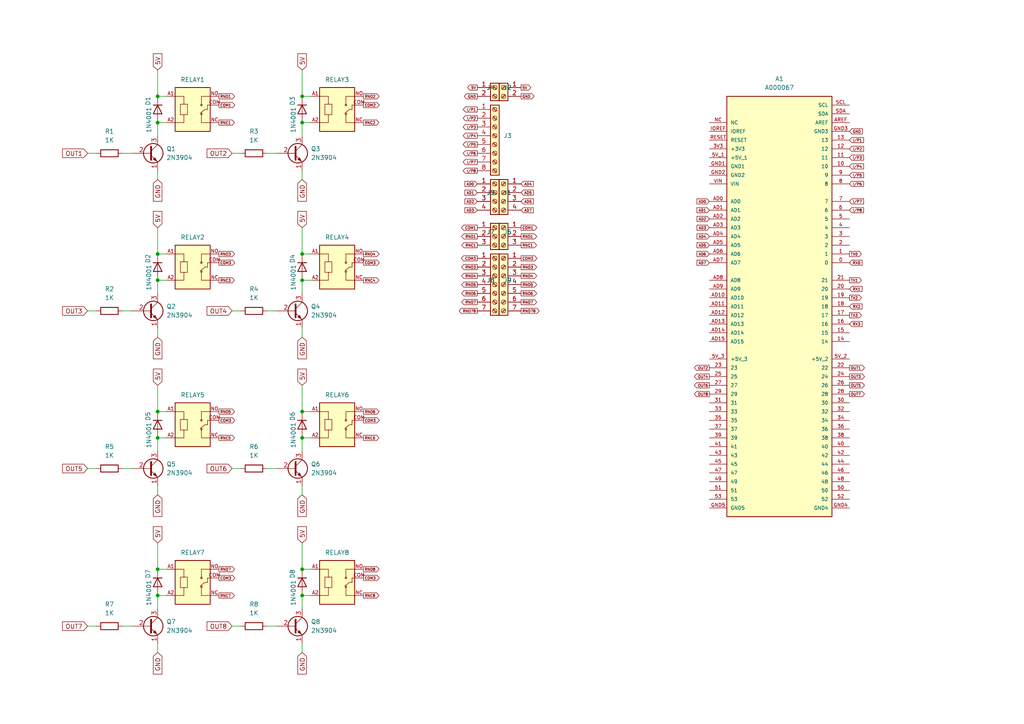
<source format=kicad_sch>
(kicad_sch (version 20231120) (generator "eeschema") (generator_version "8.0")
  (paper "A4")
  (lib_symbols
    (symbol "A000067:A000067" (pin_names (offset 1.016))
      (property "Reference" "A" (at -15.24 61.595 0))
      (property "Value" "A000067" (at -15.24 -63.5 0))
      (symbol "A000067_0_0"
        (pin passive line (at 20.32 12.7 180) (length 5.08) (name "0") (number "0"))
        (pin passive line (at 20.32 15.24 180) (length 5.08) (name "1") (number "1"))
        (pin passive line (at 20.32 40.64 180) (length 5.08) (name "10") (number "10"))
        (pin passive line (at 20.32 43.18 180) (length 5.08) (name "11") (number "11"))
        (pin passive line (at 20.32 45.72 180) (length 5.08) (name "12") (number "12"))
        (pin passive line (at 20.32 48.26 180) (length 5.08) (name "13") (number "13"))
        (pin passive line (at 20.32 -10.16 180) (length 5.08) (name "14") (number "14"))
        (pin passive line (at 20.32 -7.62 180) (length 5.08) (name "15") (number "15"))
        (pin passive line (at 20.32 -5.08 180) (length 5.08) (name "16") (number "16"))
        (pin passive line (at 20.32 -2.54 180) (length 5.08) (name "17") (number "17"))
        (pin passive line (at 20.32 0 180) (length 5.08) (name "18") (number "18"))
        (pin passive line (at 20.32 2.54 180) (length 5.08) (name "19") (number "19"))
        (pin passive line (at 20.32 17.78 180) (length 5.08) (name "2") (number "2"))
        (pin passive line (at 20.32 5.08 180) (length 5.08) (name "20") (number "20"))
        (pin passive line (at 20.32 7.62 180) (length 5.08) (name "21") (number "21"))
        (pin passive line (at 20.32 -17.78 180) (length 5.08) (name "22") (number "22"))
        (pin passive line (at -20.32 -17.78 0) (length 5.08) (name "23") (number "23"))
        (pin passive line (at 20.32 -20.32 180) (length 5.08) (name "24") (number "24"))
        (pin passive line (at -20.32 -20.32 0) (length 5.08) (name "25") (number "25"))
        (pin passive line (at 20.32 -22.86 180) (length 5.08) (name "26") (number "26"))
        (pin passive line (at -20.32 -22.86 0) (length 5.08) (name "27") (number "27"))
        (pin passive line (at 20.32 -25.4 180) (length 5.08) (name "28") (number "28"))
        (pin passive line (at -20.32 -25.4 0) (length 5.08) (name "29") (number "29"))
        (pin passive line (at 20.32 20.32 180) (length 5.08) (name "3") (number "3"))
        (pin passive line (at 20.32 -27.94 180) (length 5.08) (name "30") (number "30"))
        (pin passive line (at -20.32 -27.94 0) (length 5.08) (name "31") (number "31"))
        (pin passive line (at 20.32 -30.48 180) (length 5.08) (name "32") (number "32"))
        (pin passive line (at -20.32 -30.48 0) (length 5.08) (name "33") (number "33"))
        (pin passive line (at 20.32 -33.02 180) (length 5.08) (name "34") (number "34"))
        (pin passive line (at -20.32 -33.02 0) (length 5.08) (name "35") (number "35"))
        (pin passive line (at 20.32 -35.56 180) (length 5.08) (name "36") (number "36"))
        (pin passive line (at -20.32 -35.56 0) (length 5.08) (name "37") (number "37"))
        (pin passive line (at 20.32 -38.1 180) (length 5.08) (name "38") (number "38"))
        (pin passive line (at -20.32 -38.1 0) (length 5.08) (name "39") (number "39"))
        (pin passive line (at -20.32 45.72 0) (length 5.08) (name "+3V3") (number "3V3"))
        (pin passive line (at 20.32 22.86 180) (length 5.08) (name "4") (number "4"))
        (pin passive line (at 20.32 -40.64 180) (length 5.08) (name "40") (number "40"))
        (pin passive line (at -20.32 -40.64 0) (length 5.08) (name "41") (number "41"))
        (pin passive line (at 20.32 -43.18 180) (length 5.08) (name "42") (number "42"))
        (pin passive line (at -20.32 -43.18 0) (length 5.08) (name "43") (number "43"))
        (pin passive line (at 20.32 -45.72 180) (length 5.08) (name "44") (number "44"))
        (pin passive line (at -20.32 -45.72 0) (length 5.08) (name "45") (number "45"))
        (pin passive line (at 20.32 -48.26 180) (length 5.08) (name "46") (number "46"))
        (pin passive line (at -20.32 -48.26 0) (length 5.08) (name "47") (number "47"))
        (pin passive line (at 20.32 -50.8 180) (length 5.08) (name "48") (number "48"))
        (pin passive line (at -20.32 -50.8 0) (length 5.08) (name "49") (number "49"))
        (pin passive line (at 20.32 25.4 180) (length 5.08) (name "5") (number "5"))
        (pin passive line (at 20.32 -53.34 180) (length 5.08) (name "50") (number "50"))
        (pin passive line (at -20.32 -53.34 0) (length 5.08) (name "51") (number "51"))
        (pin passive line (at 20.32 -55.88 180) (length 5.08) (name "52") (number "52"))
        (pin passive line (at -20.32 -55.88 0) (length 5.08) (name "53") (number "53"))
        (pin passive line (at -20.32 43.18 0) (length 5.08) (name "+5V_1") (number "5V_1"))
        (pin passive line (at 20.32 -15.24 180) (length 5.08) (name "+5V_2") (number "5V_2"))
        (pin passive line (at -20.32 -15.24 0) (length 5.08) (name "+5V_3") (number "5V_3"))
        (pin passive line (at 20.32 27.94 180) (length 5.08) (name "6") (number "6"))
        (pin passive line (at 20.32 30.48 180) (length 5.08) (name "7") (number "7"))
        (pin passive line (at 20.32 35.56 180) (length 5.08) (name "8") (number "8"))
        (pin passive line (at 20.32 38.1 180) (length 5.08) (name "9") (number "9"))
        (pin passive line (at -20.32 30.48 0) (length 5.08) (name "AD0") (number "AD0"))
        (pin passive line (at -20.32 27.94 0) (length 5.08) (name "AD1") (number "AD1"))
        (pin passive line (at -20.32 2.54 0) (length 5.08) (name "AD10") (number "AD10"))
        (pin passive line (at -20.32 0 0) (length 5.08) (name "AD11") (number "AD11"))
        (pin passive line (at -20.32 -2.54 0) (length 5.08) (name "AD12") (number "AD12"))
        (pin passive line (at -20.32 -5.08 0) (length 5.08) (name "AD13") (number "AD13"))
        (pin passive line (at -20.32 -7.62 0) (length 5.08) (name "AD14") (number "AD14"))
        (pin passive line (at -20.32 -10.16 0) (length 5.08) (name "AD15") (number "AD15"))
        (pin passive line (at -20.32 25.4 0) (length 5.08) (name "AD2") (number "AD2"))
        (pin passive line (at -20.32 22.86 0) (length 5.08) (name "AD3") (number "AD3"))
        (pin passive line (at -20.32 20.32 0) (length 5.08) (name "AD4") (number "AD4"))
        (pin passive line (at -20.32 17.78 0) (length 5.08) (name "AD5") (number "AD5"))
        (pin passive line (at -20.32 15.24 0) (length 5.08) (name "AD6") (number "AD6"))
        (pin passive line (at -20.32 12.7 0) (length 5.08) (name "AD7") (number "AD7"))
        (pin passive line (at -20.32 7.62 0) (length 5.08) (name "AD8") (number "AD8"))
        (pin passive line (at -20.32 5.08 0) (length 5.08) (name "AD9") (number "AD9"))
        (pin passive line (at 20.32 53.34 180) (length 5.08) (name "AREF") (number "AREF"))
        (pin passive line (at -20.32 40.64 0) (length 5.08) (name "GND1") (number "GND1"))
        (pin passive line (at -20.32 38.1 0) (length 5.08) (name "GND2") (number "GND2"))
        (pin passive line (at 20.32 50.8 180) (length 5.08) (name "GND3") (number "GND3"))
        (pin passive line (at 20.32 -58.42 180) (length 5.08) (name "GND4") (number "GND4"))
        (pin passive line (at -20.32 -58.42 0) (length 5.08) (name "GND5") (number "GND5"))
        (pin passive line (at -20.32 50.8 0) (length 5.08) (name "IOREF") (number "IOREF"))
        (pin passive line (at -20.32 53.34 0) (length 5.08) (name "NC") (number "NC"))
        (pin passive line (at -20.32 48.26 0) (length 5.08) (name "RESET") (number "RESET"))
        (pin passive line (at 20.32 58.42 180) (length 5.08) (name "SCL") (number "SCL"))
        (pin passive line (at 20.32 55.88 180) (length 5.08) (name "SDA") (number "SDA"))
        (pin passive line (at -20.32 35.56 0) (length 5.08) (name "VIN") (number "VIN"))
      )
    )
    (symbol "Connector:Screw_Terminal_01x02" (pin_names (offset 1.016) hide)
      (property "Reference" "J" (at 0 2.54 0))
      (property "Value" "Screw_Terminal_01x02" (at 0 -5.08 0))
      (symbol "Screw_Terminal_01x02_1_1"
        (pin passive line (at -5.08 0 0) (length 3.81) (name "Pin_1") (number "1"))
        (pin passive line (at -5.08 -2.54 0) (length 3.81) (name "Pin_2") (number "2"))
      )
    )
    (symbol "Connector:Screw_Terminal_01x03" (pin_names (offset 1.016) hide)
      (property "Reference" "J" (at 0 5.08 0))
      (property "Value" "Screw_Terminal_01x03" (at 0 -5.08 0))
      (symbol "Screw_Terminal_01x03_1_1"
        (pin passive line (at -5.08 2.54 0) (length 3.81) (name "Pin_1") (number "1"))
        (pin passive line (at -5.08 0 0) (length 3.81) (name "Pin_2") (number "2"))
        (pin passive line (at -5.08 -2.54 0) (length 3.81) (name "Pin_3") (number "3"))
      )
    )
    (symbol "Connector:Screw_Terminal_01x04" (pin_names (offset 1.016) hide)
      (property "Reference" "J" (at 0 5.08 0))
      (property "Value" "Screw_Terminal_01x04" (at 0 -7.62 0))
      (symbol "Screw_Terminal_01x04_1_1"
        (pin passive line (at -5.08 2.54 0) (length 3.81) (name "Pin_1") (number "1"))
        (pin passive line (at -5.08 0 0) (length 3.81) (name "Pin_2") (number "2"))
        (pin passive line (at -5.08 -2.54 0) (length 3.81) (name "Pin_3") (number "3"))
        (pin passive line (at -5.08 -5.08 0) (length 3.81) (name "Pin_4") (number "4"))
      )
    )
    (symbol "Connector:Screw_Terminal_01x07" (pin_names (offset 1.016) hide)
      (property "Reference" "J" (at 0 10.16 0))
      (property "Value" "Screw_Terminal_01x07" (at 0 -10.16 0))
      (symbol "Screw_Terminal_01x07_1_1"
        (pin passive line (at -5.08 7.62 0) (length 3.81) (name "Pin_1") (number "1"))
        (pin passive line (at -5.08 5.08 0) (length 3.81) (name "Pin_2") (number "2"))
        (pin passive line (at -5.08 2.54 0) (length 3.81) (name "Pin_3") (number "3"))
        (pin passive line (at -5.08 0 0) (length 3.81) (name "Pin_4") (number "4"))
        (pin passive line (at -5.08 -2.54 0) (length 3.81) (name "Pin_5") (number "5"))
        (pin passive line (at -5.08 -5.08 0) (length 3.81) (name "Pin_6") (number "6"))
        (pin passive line (at -5.08 -7.62 0) (length 3.81) (name "Pin_7") (number "7"))
      )
    )
    (symbol "Connector:Screw_Terminal_01x08" (pin_names (offset 1.016) hide)
      (property "Reference" "J" (at 0 10.16 0))
      (property "Value" "Screw_Terminal_01x08" (at 0 -12.7 0))
      (symbol "Screw_Terminal_01x08_1_1"
        (pin passive line (at -5.08 7.62 0) (length 3.81) (name "Pin_1") (number "1"))
        (pin passive line (at -5.08 5.08 0) (length 3.81) (name "Pin_2") (number "2"))
        (pin passive line (at -5.08 2.54 0) (length 3.81) (name "Pin_3") (number "3"))
        (pin passive line (at -5.08 0 0) (length 3.81) (name "Pin_4") (number "4"))
        (pin passive line (at -5.08 -2.54 0) (length 3.81) (name "Pin_5") (number "5"))
        (pin passive line (at -5.08 -5.08 0) (length 3.81) (name "Pin_6") (number "6"))
        (pin passive line (at -5.08 -7.62 0) (length 3.81) (name "Pin_7") (number "7"))
        (pin passive line (at -5.08 -10.16 0) (length 3.81) (name "Pin_8") (number "8"))
      )
    )
    (symbol "Device:R" (pin_numbers hide) (pin_names (offset 0))
      (property "Reference" "R" (at 2.032 0 90))
      (property "Value" "R" (at 0 0 90))
      (symbol "R_1_1"
        (pin passive line (at 0 3.81 270) (length 1.27) (name "~") (number "1"))
        (pin passive line (at 0 -3.81 90) (length 1.27) (name "~") (number "2"))
      )
    )
    (symbol "Diode:1N4001" (pin_numbers hide) (pin_names hide)
      (property "Reference" "D" (at 0 2.54 0))
      (property "Value" "1N4001" (at 0 -2.54 0))
      (symbol "1N4001_1_1"
        (pin passive line (at -3.81 0 0) (length 2.54) (name "K") (number "1"))
        (pin passive line (at 3.81 0 180) (length 2.54) (name "A") (number "2"))
      )
    )
    (symbol "SRD-05VDC-SL-C:SRD-05VDC-SL-C" (pin_names (offset 1.016))
      (property "Reference" "K" (at -5.0809 5.843 0))
      (property "Value" "SRD-05VDC-SL-C" (at -5.0832 -10.1664 0))
      (symbol "SRD-05VDC-SL-C_0_0"
        (pin passive line (at -7.62 2.54 0) (length 2.54) (name "~") (number "A1"))
        (pin passive line (at -7.62 -5.08 0) (length 2.54) (name "~") (number "A2"))
        (pin passive line (at 7.62 0 180) (length 2.54) (name "~") (number "COM"))
        (pin passive line (at 7.62 -5.08 180) (length 2.54) (name "~") (number "NC"))
        (pin passive line (at 7.62 2.54 180) (length 2.54) (name "~") (number "NO"))
      )
    )
    (symbol "Transistor_BJT:2N3904" (pin_names (offset 0) hide)
      (property "Reference" "Q" (at 5.08 1.905 0))
      (property "Value" "2N3904" (at 5.08 0 0))
      (symbol "2N3904_1_1"
        (pin passive line (at 2.54 -5.08 90) (length 2.54) (name "E") (number "1"))
        (pin passive line (at -5.08 0 0) (length 5.715) (name "B") (number "2"))
        (pin passive line (at 2.54 5.08 270) (length 2.54) (name "C") (number "3"))
      )
    )
  )
  (junction (at 87.63 35.56))
  (junction (at 45.72 35.56))
  (junction (at 87.63 165.1))
  (junction (at 87.63 73.66))
  (junction (at 87.63 119.38))
  (junction (at 87.63 81.28))
  (junction (at 45.72 119.38))
  (junction (at 87.63 27.94))
  (junction (at 45.72 27.94))
  (junction (at 45.72 172.72))
  (junction (at 87.63 172.72))
  (junction (at 87.63 127))
  (junction (at 45.72 165.1))
  (junction (at 45.72 127))
  (junction (at 45.72 81.28))
  (junction (at 45.72 73.66))
  (wire (pts (xy 87.63 66.04) (xy 87.63 73.66)))
  (wire (pts (xy 45.72 66.04) (xy 45.72 73.66)))
  (wire (pts (xy 25.4 44.45) (xy 27.94 44.45)))
  (wire (pts (xy 25.4 90.17) (xy 27.94 90.17)))
  (wire (pts (xy 87.63 95.25) (xy 87.63 97.79)))
  (wire (pts (xy 87.63 119.38) (xy 90.17 119.38)))
  (wire (pts (xy 45.72 186.69) (xy 45.72 189.23)))
  (wire (pts (xy 87.63 35.56) (xy 90.17 35.56)))
  (wire (pts (xy 45.72 27.94) (xy 48.26 27.94)))
  (wire (pts (xy 45.72 140.97) (xy 45.72 143.51)))
  (wire (pts (xy 87.63 127) (xy 87.63 130.81)))
  (wire (pts (xy 77.47 181.61) (xy 80.01 181.61)))
  (wire (pts (xy 87.63 20.32) (xy 87.63 27.94)))
  (wire (pts (xy 45.72 81.28) (xy 48.26 81.28)))
  (wire (pts (xy 87.63 165.1) (xy 90.17 165.1)))
  (wire (pts (xy 87.63 81.28) (xy 87.63 85.09)))
  (wire (pts (xy 87.63 73.66) (xy 90.17 73.66)))
  (wire (pts (xy 45.72 127) (xy 48.26 127)))
  (wire (pts (xy 35.56 181.61) (xy 38.1 181.61)))
  (wire (pts (xy 87.63 186.69) (xy 87.63 189.23)))
  (wire (pts (xy 45.72 119.38) (xy 48.26 119.38)))
  (wire (pts (xy 87.63 127) (xy 90.17 127)))
  (wire (pts (xy 67.31 135.89) (xy 69.85 135.89)))
  (wire (pts (xy 35.56 135.89) (xy 38.1 135.89)))
  (wire (pts (xy 87.63 172.72) (xy 90.17 172.72)))
  (wire (pts (xy 87.63 27.94) (xy 90.17 27.94)))
  (wire (pts (xy 77.47 90.17) (xy 80.01 90.17)))
  (wire (pts (xy 45.72 73.66) (xy 48.26 73.66)))
  (wire (pts (xy 45.72 172.72) (xy 45.72 176.53)))
  (wire (pts (xy 45.72 95.25) (xy 45.72 97.79)))
  (wire (pts (xy 87.63 157.48) (xy 87.63 165.1)))
  (wire (pts (xy 25.4 135.89) (xy 27.94 135.89)))
  (wire (pts (xy 35.56 44.45) (xy 38.1 44.45)))
  (wire (pts (xy 87.63 35.56) (xy 87.63 39.37)))
  (wire (pts (xy 45.72 165.1) (xy 48.26 165.1)))
  (wire (pts (xy 77.47 135.89) (xy 80.01 135.89)))
  (wire (pts (xy 45.72 157.48) (xy 45.72 165.1)))
  (wire (pts (xy 45.72 35.56) (xy 48.26 35.56)))
  (wire (pts (xy 45.72 172.72) (xy 48.26 172.72)))
  (wire (pts (xy 45.72 127) (xy 45.72 130.81)))
  (wire (pts (xy 45.72 49.53) (xy 45.72 52.07)))
  (wire (pts (xy 67.31 181.61) (xy 69.85 181.61)))
  (wire (pts (xy 87.63 49.53) (xy 87.63 52.07)))
  (wire (pts (xy 35.56 90.17) (xy 38.1 90.17)))
  (wire (pts (xy 45.72 20.32) (xy 45.72 27.94)))
  (wire (pts (xy 45.72 111.76) (xy 45.72 119.38)))
  (wire (pts (xy 67.31 44.45) (xy 69.85 44.45)))
  (wire (pts (xy 67.31 90.17) (xy 69.85 90.17)))
  (wire (pts (xy 87.63 81.28) (xy 90.17 81.28)))
  (wire (pts (xy 45.72 81.28) (xy 45.72 85.09)))
  (wire (pts (xy 87.63 111.76) (xy 87.63 119.38)))
  (wire (pts (xy 87.63 140.97) (xy 87.63 143.51)))
  (wire (pts (xy 87.63 172.72) (xy 87.63 176.53)))
  (wire (pts (xy 77.47 44.45) (xy 80.01 44.45)))
  (wire (pts (xy 25.4 181.61) (xy 27.94 181.61)))
  (wire (pts (xy 45.72 35.56) (xy 45.72 39.37)))
  (global_label "COM3" (shape output) (at 151.13 74.93 0) (effects (font (size 0.762 0.762))) (property "Intersheetrefs" "${INTERSHEET_REFS}" (effects (hide yes))))
  (global_label "5V" (shape input) (at 87.63 157.48 90) (property "Intersheetrefs" "${INTERSHEET_REFS}" (effects (hide yes))))
  (global_label "RNC6" (shape output) (at 105.41 127 0) (effects (font (size 0.762 0.762))) (property "Intersheetrefs" "${INTERSHEET_REFS}" (effects (hide yes))))
  (global_label "RNC7" (shape output) (at 63.5 172.72 0) (effects (font (size 0.762 0.762))) (property "Intersheetrefs" "${INTERSHEET_REFS}" (effects (hide yes))))
  (global_label "AD7" (shape input) (at 205.74 76.2 180) (effects (font (size 0.762 0.762))) (property "Intersheetrefs" "${INTERSHEET_REFS}" (effects (hide yes))))
  (global_label "AD5" (shape input) (at 205.74 71.12 180) (effects (font (size 0.762 0.762))) (property "Intersheetrefs" "${INTERSHEET_REFS}" (effects (hide yes))))
  (global_label "OUT5" (shape output) (at 246.38 111.76 0) (effects (font (size 0.762 0.762))) (property "Intersheetrefs" "${INTERSHEET_REFS}" (effects (hide yes))))
  (global_label "OUT2" (shape output) (at 205.74 106.68 180) (effects (font (size 0.762 0.762))) (property "Intersheetrefs" "${INTERSHEET_REFS}" (effects (hide yes))))
  (global_label "RNO78" (shape output) (at 151.13 90.17 0) (effects (font (size 0.762 0.762))) (property "Intersheetrefs" "${INTERSHEET_REFS}" (effects (hide yes))))
  (global_label "COM3" (shape output) (at 63.5 167.64 0) (effects (font (size 0.762 0.762))) (property "Intersheetrefs" "${INTERSHEET_REFS}" (effects (hide yes))))
  (global_label "COM3" (shape output) (at 63.5 121.92 0) (effects (font (size 0.762 0.762))) (property "Intersheetrefs" "${INTERSHEET_REFS}" (effects (hide yes))))
  (global_label "5V" (shape input) (at 45.72 66.04 90) (property "Intersheetrefs" "${INTERSHEET_REFS}" (effects (hide yes))))
  (global_label "RNO4" (shape output) (at 105.41 73.66 0) (effects (font (size 0.762 0.762))) (property "Intersheetrefs" "${INTERSHEET_REFS}" (effects (hide yes))))
  (global_label "RNO5" (shape output) (at 138.43 82.55 180) (effects (font (size 0.762 0.762))) (property "Intersheetrefs" "${INTERSHEET_REFS}" (effects (hide yes))))
  (global_label "COM1" (shape output) (at 63.5 30.48 0) (effects (font (size 0.762 0.762))) (property "Intersheetrefs" "${INTERSHEET_REFS}" (effects (hide yes))))
  (global_label "OUT3" (shape input) (at 25.4 90.17 180) (property "Intersheetrefs" "${INTERSHEET_REFS}" (effects (hide yes))))
  (global_label "RNO78" (shape output) (at 138.43 90.17 180) (effects (font (size 0.762 0.762))) (property "Intersheetrefs" "${INTERSHEET_REFS}" (effects (hide yes))))
  (global_label "COM1" (shape output) (at 151.13 66.04 0) (effects (font (size 0.762 0.762))) (property "Intersheetrefs" "${INTERSHEET_REFS}" (effects (hide yes))))
  (global_label "OUT2" (shape input) (at 67.31 44.45 180) (property "Intersheetrefs" "${INTERSHEET_REFS}" (effects (hide yes))))
  (global_label "RNO3" (shape output) (at 63.5 73.66 0) (effects (font (size 0.762 0.762))) (property "Intersheetrefs" "${INTERSHEET_REFS}" (effects (hide yes))))
  (global_label "5V" (shape input) (at 87.63 66.04 90) (property "Intersheetrefs" "${INTERSHEET_REFS}" (effects (hide yes))))
  (global_label "GND" (shape input) (at 45.72 52.07 270) (property "Intersheetrefs" "${INTERSHEET_REFS}" (effects (hide yes))))
  (global_label "I{slash}P1" (shape input) (at 246.38 40.64 0) (effects (font (size 0.762 0.762))) (property "Intersheetrefs" "${INTERSHEET_REFS}" (effects (hide yes))))
  (global_label "TX3" (shape output) (at 246.38 91.44 0) (effects (font (size 0.762 0.762))) (property "Intersheetrefs" "${INTERSHEET_REFS}" (effects (hide yes))))
  (global_label "RNO4" (shape output) (at 151.13 80.01 0) (effects (font (size 0.762 0.762))) (property "Intersheetrefs" "${INTERSHEET_REFS}" (effects (hide yes))))
  (global_label "COM1" (shape output) (at 138.43 66.04 180) (effects (font (size 0.762 0.762))) (property "Intersheetrefs" "${INTERSHEET_REFS}" (effects (hide yes))))
  (global_label "5V" (shape input) (at 87.63 111.76 90) (property "Intersheetrefs" "${INTERSHEET_REFS}" (effects (hide yes))))
  (global_label "I{slash}P8" (shape output) (at 138.43 49.53 180) (effects (font (size 0.762 0.762))) (property "Intersheetrefs" "${INTERSHEET_REFS}" (effects (hide yes))))
  (global_label "AD4" (shape input) (at 151.13 53.34 0) (effects (font (size 0.762 0.762))) (property "Intersheetrefs" "${INTERSHEET_REFS}" (effects (hide yes))))
  (global_label "I{slash}P6" (shape output) (at 138.43 44.45 180) (effects (font (size 0.762 0.762))) (property "Intersheetrefs" "${INTERSHEET_REFS}" (effects (hide yes))))
  (global_label "AD2" (shape input) (at 138.43 58.42 180) (effects (font (size 0.762 0.762))) (property "Intersheetrefs" "${INTERSHEET_REFS}" (effects (hide yes))))
  (global_label "GND" (shape input) (at 87.63 189.23 270) (property "Intersheetrefs" "${INTERSHEET_REFS}" (effects (hide yes))))
  (global_label "COM3" (shape output) (at 63.5 76.2 0) (effects (font (size 0.762 0.762))) (property "Intersheetrefs" "${INTERSHEET_REFS}" (effects (hide yes))))
  (global_label "RNO7" (shape output) (at 138.43 87.63 180) (effects (font (size 0.762 0.762))) (property "Intersheetrefs" "${INTERSHEET_REFS}" (effects (hide yes))))
  (global_label "RNO7" (shape output) (at 151.13 87.63 0) (effects (font (size 0.762 0.762))) (property "Intersheetrefs" "${INTERSHEET_REFS}" (effects (hide yes))))
  (global_label "RNC8" (shape output) (at 105.41 172.72 0) (effects (font (size 0.762 0.762))) (property "Intersheetrefs" "${INTERSHEET_REFS}" (effects (hide yes))))
  (global_label "OUT1" (shape input) (at 25.4 44.45 180) (property "Intersheetrefs" "${INTERSHEET_REFS}" (effects (hide yes))))
  (global_label "AD7" (shape input) (at 151.13 60.96 0) (effects (font (size 0.762 0.762))) (property "Intersheetrefs" "${INTERSHEET_REFS}" (effects (hide yes))))
  (global_label "RX3" (shape input) (at 246.38 93.98 0) (effects (font (size 0.762 0.762))) (property "Intersheetrefs" "${INTERSHEET_REFS}" (effects (hide yes))))
  (global_label "GND" (shape input) (at 87.63 143.51 270) (property "Intersheetrefs" "${INTERSHEET_REFS}" (effects (hide yes))))
  (global_label "OUT6" (shape output) (at 205.74 111.76 180) (effects (font (size 0.762 0.762))) (property "Intersheetrefs" "${INTERSHEET_REFS}" (effects (hide yes))))
  (global_label "OUT4" (shape input) (at 67.31 90.17 180) (property "Intersheetrefs" "${INTERSHEET_REFS}" (effects (hide yes))))
  (global_label "AD0" (shape input) (at 138.43 53.34 180) (effects (font (size 0.762 0.762))) (property "Intersheetrefs" "${INTERSHEET_REFS}" (effects (hide yes))))
  (global_label "AD3" (shape input) (at 205.74 66.04 180) (effects (font (size 0.762 0.762))) (property "Intersheetrefs" "${INTERSHEET_REFS}" (effects (hide yes))))
  (global_label "RNO8" (shape output) (at 105.41 165.1 0) (effects (font (size 0.762 0.762))) (property "Intersheetrefs" "${INTERSHEET_REFS}" (effects (hide yes))))
  (global_label "OUT6" (shape input) (at 67.31 135.89 180) (property "Intersheetrefs" "${INTERSHEET_REFS}" (effects (hide yes))))
  (global_label "RNC2" (shape output) (at 105.41 35.56 0) (effects (font (size 0.762 0.762))) (property "Intersheetrefs" "${INTERSHEET_REFS}" (effects (hide yes))))
  (global_label "AD1" (shape input) (at 205.74 60.96 180) (effects (font (size 0.762 0.762))) (property "Intersheetrefs" "${INTERSHEET_REFS}" (effects (hide yes))))
  (global_label "I{slash}P3" (shape input) (at 246.38 45.72 0) (effects (font (size 0.762 0.762))) (property "Intersheetrefs" "${INTERSHEET_REFS}" (effects (hide yes))))
  (global_label "OUT1" (shape output) (at 246.38 106.68 0) (effects (font (size 0.762 0.762))) (property "Intersheetrefs" "${INTERSHEET_REFS}" (effects (hide yes))))
  (global_label "5V" (shape output) (at 151.13 25.4 0) (effects (font (size 0.762 0.762))) (property "Intersheetrefs" "${INTERSHEET_REFS}" (effects (hide yes))))
  (global_label "RNO3" (shape output) (at 151.13 77.47 0) (effects (font (size 0.762 0.762))) (property "Intersheetrefs" "${INTERSHEET_REFS}" (effects (hide yes))))
  (global_label "GND" (shape input) (at 246.38 38.1 0) (effects (font (size 0.762 0.762))) (property "Intersheetrefs" "${INTERSHEET_REFS}" (effects (hide yes))))
  (global_label "I{slash}P5" (shape output) (at 138.43 41.91 180) (effects (font (size 0.762 0.762))) (property "Intersheetrefs" "${INTERSHEET_REFS}" (effects (hide yes))))
  (global_label "OUT7" (shape output) (at 246.38 114.3 0) (effects (font (size 0.762 0.762))) (property "Intersheetrefs" "${INTERSHEET_REFS}" (effects (hide yes))))
  (global_label "COM3" (shape output) (at 105.41 76.2 0) (effects (font (size 0.762 0.762))) (property "Intersheetrefs" "${INTERSHEET_REFS}" (effects (hide yes))))
  (global_label "RNC3" (shape output) (at 63.5 81.28 0) (effects (font (size 0.762 0.762))) (property "Intersheetrefs" "${INTERSHEET_REFS}" (effects (hide yes))))
  (global_label "OUT4" (shape output) (at 205.74 109.22 180) (effects (font (size 0.762 0.762))) (property "Intersheetrefs" "${INTERSHEET_REFS}" (effects (hide yes))))
  (global_label "I{slash}P4" (shape input) (at 246.38 48.26 0) (effects (font (size 0.762 0.762))) (property "Intersheetrefs" "${INTERSHEET_REFS}" (effects (hide yes))))
  (global_label "GND" (shape input) (at 87.63 97.79 270) (property "Intersheetrefs" "${INTERSHEET_REFS}" (effects (hide yes))))
  (global_label "I{slash}P4" (shape output) (at 138.43 39.37 180) (effects (font (size 0.762 0.762))) (property "Intersheetrefs" "${INTERSHEET_REFS}" (effects (hide yes))))
  (global_label "RNO5" (shape output) (at 63.5 119.38 0) (effects (font (size 0.762 0.762))) (property "Intersheetrefs" "${INTERSHEET_REFS}" (effects (hide yes))))
  (global_label "AD6" (shape input) (at 151.13 58.42 0) (effects (font (size 0.762 0.762))) (property "Intersheetrefs" "${INTERSHEET_REFS}" (effects (hide yes))))
  (global_label "RNC1" (shape output) (at 138.43 71.12 180) (effects (font (size 0.762 0.762))) (property "Intersheetrefs" "${INTERSHEET_REFS}" (effects (hide yes))))
  (global_label "GND" (shape output) (at 138.43 27.94 180) (effects (font (size 0.762 0.762))) (property "Intersheetrefs" "${INTERSHEET_REFS}" (effects (hide yes))))
  (global_label "RNO2" (shape output) (at 105.41 27.94 0) (effects (font (size 0.762 0.762))) (property "Intersheetrefs" "${INTERSHEET_REFS}" (effects (hide yes))))
  (global_label "RNO1" (shape output) (at 138.43 68.58 180) (effects (font (size 0.762 0.762))) (property "Intersheetrefs" "${INTERSHEET_REFS}" (effects (hide yes))))
  (global_label "TX1" (shape output) (at 246.38 81.28 0) (effects (font (size 0.762 0.762))) (property "Intersheetrefs" "${INTERSHEET_REFS}" (effects (hide yes))))
  (global_label "I{slash}P7" (shape input) (at 246.38 58.42 0) (effects (font (size 0.762 0.762))) (property "Intersheetrefs" "${INTERSHEET_REFS}" (effects (hide yes))))
  (global_label "I{slash}P6" (shape input) (at 246.38 53.34 0) (effects (font (size 0.762 0.762))) (property "Intersheetrefs" "${INTERSHEET_REFS}" (effects (hide yes))))
  (global_label "RNC1" (shape output) (at 151.13 71.12 0) (effects (font (size 0.762 0.762))) (property "Intersheetrefs" "${INTERSHEET_REFS}" (effects (hide yes))))
  (global_label "GND" (shape input) (at 45.72 97.79 270) (property "Intersheetrefs" "${INTERSHEET_REFS}" (effects (hide yes))))
  (global_label "AD5" (shape input) (at 151.13 55.88 0) (effects (font (size 0.762 0.762))) (property "Intersheetrefs" "${INTERSHEET_REFS}" (effects (hide yes))))
  (global_label "RNO3" (shape output) (at 138.43 77.47 180) (effects (font (size 0.762 0.762))) (property "Intersheetrefs" "${INTERSHEET_REFS}" (effects (hide yes))))
  (global_label "COM3" (shape output) (at 105.41 167.64 0) (effects (font (size 0.762 0.762))) (property "Intersheetrefs" "${INTERSHEET_REFS}" (effects (hide yes))))
  (global_label "I{slash}P2" (shape output) (at 138.43 34.29 180) (effects (font (size 0.762 0.762))) (property "Intersheetrefs" "${INTERSHEET_REFS}" (effects (hide yes))))
  (global_label "COM3" (shape output) (at 138.43 74.93 180) (effects (font (size 0.762 0.762))) (property "Intersheetrefs" "${INTERSHEET_REFS}" (effects (hide yes))))
  (global_label "I{slash}P7" (shape output) (at 138.43 46.99 180) (effects (font (size 0.762 0.762))) (property "Intersheetrefs" "${INTERSHEET_REFS}" (effects (hide yes))))
  (global_label "RNO7" (shape output) (at 63.5 165.1 0) (effects (font (size 0.762 0.762))) (property "Intersheetrefs" "${INTERSHEET_REFS}" (effects (hide yes))))
  (global_label "5V" (shape output) (at 138.43 25.4 180) (effects (font (size 0.762 0.762))) (property "Intersheetrefs" "${INTERSHEET_REFS}" (effects (hide yes))))
  (global_label "OUT8" (shape input) (at 67.31 181.61 180) (property "Intersheetrefs" "${INTERSHEET_REFS}" (effects (hide yes))))
  (global_label "5V" (shape input) (at 87.63 20.32 90) (property "Intersheetrefs" "${INTERSHEET_REFS}" (effects (hide yes))))
  (global_label "RNO5" (shape output) (at 151.13 82.55 0) (effects (font (size 0.762 0.762))) (property "Intersheetrefs" "${INTERSHEET_REFS}" (effects (hide yes))))
  (global_label "I{slash}P3" (shape output) (at 138.43 36.83 180) (effects (font (size 0.762 0.762))) (property "Intersheetrefs" "${INTERSHEET_REFS}" (effects (hide yes))))
  (global_label "RX2" (shape input) (at 246.38 88.9 0) (effects (font (size 0.762 0.762))) (property "Intersheetrefs" "${INTERSHEET_REFS}" (effects (hide yes))))
  (global_label "RNC1" (shape output) (at 63.5 35.56 0) (effects (font (size 0.762 0.762))) (property "Intersheetrefs" "${INTERSHEET_REFS}" (effects (hide yes))))
  (global_label "GND" (shape output) (at 151.13 27.94 0) (effects (font (size 0.762 0.762))) (property "Intersheetrefs" "${INTERSHEET_REFS}" (effects (hide yes))))
  (global_label "OUT7" (shape input) (at 25.4 181.61 180) (property "Intersheetrefs" "${INTERSHEET_REFS}" (effects (hide yes))))
  (global_label "TX0" (shape output) (at 246.38 73.66 0) (effects (font (size 0.762 0.762))) (property "Intersheetrefs" "${INTERSHEET_REFS}" (effects (hide yes))))
  (global_label "AD0" (shape input) (at 205.74 58.42 180) (effects (font (size 0.762 0.762))) (property "Intersheetrefs" "${INTERSHEET_REFS}" (effects (hide yes))))
  (global_label "RX1" (shape input) (at 246.38 83.82 0) (effects (font (size 0.762 0.762))) (property "Intersheetrefs" "${INTERSHEET_REFS}" (effects (hide yes))))
  (global_label "5V" (shape input) (at 45.72 111.76 90) (property "Intersheetrefs" "${INTERSHEET_REFS}" (effects (hide yes))))
  (global_label "COM2" (shape output) (at 105.41 30.48 0) (effects (font (size 0.762 0.762))) (property "Intersheetrefs" "${INTERSHEET_REFS}" (effects (hide yes))))
  (global_label "RNO1" (shape output) (at 151.13 68.58 0) (effects (font (size 0.762 0.762))) (property "Intersheetrefs" "${INTERSHEET_REFS}" (effects (hide yes))))
  (global_label "AD1" (shape input) (at 138.43 55.88 180) (effects (font (size 0.762 0.762))) (property "Intersheetrefs" "${INTERSHEET_REFS}" (effects (hide yes))))
  (global_label "RNC5" (shape output) (at 63.5 127 0) (effects (font (size 0.762 0.762))) (property "Intersheetrefs" "${INTERSHEET_REFS}" (effects (hide yes))))
  (global_label "COM3" (shape output) (at 105.41 121.92 0) (effects (font (size 0.762 0.762))) (property "Intersheetrefs" "${INTERSHEET_REFS}" (effects (hide yes))))
  (global_label "OUT3" (shape output) (at 246.38 109.22 0) (effects (font (size 0.762 0.762))) (property "Intersheetrefs" "${INTERSHEET_REFS}" (effects (hide yes))))
  (global_label "AD6" (shape input) (at 205.74 73.66 180) (effects (font (size 0.762 0.762))) (property "Intersheetrefs" "${INTERSHEET_REFS}" (effects (hide yes))))
  (global_label "OUT5" (shape input) (at 25.4 135.89 180) (property "Intersheetrefs" "${INTERSHEET_REFS}" (effects (hide yes))))
  (global_label "RNC4" (shape output) (at 105.41 81.28 0) (effects (font (size 0.762 0.762))) (property "Intersheetrefs" "${INTERSHEET_REFS}" (effects (hide yes))))
  (global_label "I{slash}P2" (shape input) (at 246.38 43.18 0) (effects (font (size 0.762 0.762))) (property "Intersheetrefs" "${INTERSHEET_REFS}" (effects (hide yes))))
  (global_label "I{slash}P1" (shape output) (at 138.43 31.75 180) (effects (font (size 0.762 0.762))) (property "Intersheetrefs" "${INTERSHEET_REFS}" (effects (hide yes))))
  (global_label "AD2" (shape input) (at 205.74 63.5 180) (effects (font (size 0.762 0.762))) (property "Intersheetrefs" "${INTERSHEET_REFS}" (effects (hide yes))))
  (global_label "OUT8" (shape output) (at 205.74 114.3 180) (effects (font (size 0.762 0.762))) (property "Intersheetrefs" "${INTERSHEET_REFS}" (effects (hide yes))))
  (global_label "RNO1" (shape output) (at 63.5 27.94 0) (effects (font (size 0.762 0.762))) (property "Intersheetrefs" "${INTERSHEET_REFS}" (effects (hide yes))))
  (global_label "GND" (shape input) (at 45.72 143.51 270) (property "Intersheetrefs" "${INTERSHEET_REFS}" (effects (hide yes))))
  (global_label "RNO6" (shape output) (at 105.41 119.38 0) (effects (font (size 0.762 0.762))) (property "Intersheetrefs" "${INTERSHEET_REFS}" (effects (hide yes))))
  (global_label "5V" (shape input) (at 45.72 157.48 90) (property "Intersheetrefs" "${INTERSHEET_REFS}" (effects (hide yes))))
  (global_label "AD3" (shape input) (at 138.43 60.96 180) (effects (font (size 0.762 0.762))) (property "Intersheetrefs" "${INTERSHEET_REFS}" (effects (hide yes))))
  (global_label "5V" (shape input) (at 45.72 20.32 90) (property "Intersheetrefs" "${INTERSHEET_REFS}" (effects (hide yes))))
  (global_label "RNO4" (shape output) (at 138.43 80.01 180) (effects (font (size 0.762 0.762))) (property "Intersheetrefs" "${INTERSHEET_REFS}" (effects (hide yes))))
  (global_label "I{slash}P5" (shape input) (at 246.38 50.8 0) (effects (font (size 0.762 0.762))) (property "Intersheetrefs" "${INTERSHEET_REFS}" (effects (hide yes))))
  (global_label "I{slash}P8" (shape input) (at 246.38 60.96 0) (effects (font (size 0.762 0.762))) (property "Intersheetrefs" "${INTERSHEET_REFS}" (effects (hide yes))))
  (global_label "AD4" (shape input) (at 205.74 68.58 180) (effects (font (size 0.762 0.762))) (property "Intersheetrefs" "${INTERSHEET_REFS}" (effects (hide yes))))
  (global_label "RX0" (shape input) (at 246.38 76.2 0) (effects (font (size 0.762 0.762))) (property "Intersheetrefs" "${INTERSHEET_REFS}" (effects (hide yes))))
  (global_label "GND" (shape input) (at 45.72 189.23 270) (property "Intersheetrefs" "${INTERSHEET_REFS}" (effects (hide yes))))
  (global_label "RNO6" (shape output) (at 138.43 85.09 180) (effects (font (size 0.762 0.762))) (property "Intersheetrefs" "${INTERSHEET_REFS}" (effects (hide yes))))
  (global_label "RNO6" (shape output) (at 151.13 85.09 0) (effects (font (size 0.762 0.762))) (property "Intersheetrefs" "${INTERSHEET_REFS}" (effects (hide yes))))
  (global_label "TX2" (shape output) (at 246.38 86.36 0) (effects (font (size 0.762 0.762))) (property "Intersheetrefs" "${INTERSHEET_REFS}" (effects (hide yes))))
  (global_label "GND" (shape input) (at 87.63 52.07 270) (property "Intersheetrefs" "${INTERSHEET_REFS}" (effects (hide yes))))
  (symbol (lib_id "Diode:1N4001") (at 45.72 123.19 270) (unit 1)
    (property "Reference" "D5" (at 42.926 119.38 0) (effects (justify left)))
    (property "Value" "1N4001" (at 43.18 122.428 0) (effects (justify left)))
    (property "Footprint" "Diode_THT:D_DO-41_SOD81_P10.16mm_Horizontal" (effects (hide yes)))
    (property "Datasheet" "http://www.vishay.com/docs/88503/1n4001.pdf" (effects (hide yes)))
    (property "Description" "50V 1A General Purpose Rectifier Diode, DO-41" (effects (hide yes)))
    (property "Sim.Device" "D" (effects (hide yes)))
    (property "Sim.Pins" "1=K 2=A" (effects (hide yes)))
  )
  (symbol (lib_id "Transistor_BJT:2N3904") (at 85.09 90.17 0) (unit 1)
    (property "Reference" "Q4" (at 90.17 88.8999 0) (effects (justify left)))
    (property "Value" "2N3904" (at 90.17 91.4399 0) (effects (justify left)))
    (property "Footprint" "Package_TO_SOT_THT:TO-92_Inline" (effects (hide yes)))
    (property "Datasheet" "https://www.onsemi.com/pub/Collateral/2N3903-D.PDF" (effects (hide yes)))
    (property "Description" "0.2A Ic, 40V Vce, Small Signal NPN Transistor, TO-92" (effects (hide yes)))
  )
  (symbol (lib_id "SRD-05VDC-SL-C:SRD-05VDC-SL-C") (at 55.88 167.64 0) (unit 1)
    (property "Reference" "RELAY7" (at 55.88 160.274 0))
    (property "Value" "SRD-05VDC-SL-C" (effects (hide yes)))
    (property "Footprint" "SRD-05VDC-SL-C:RELAY_SRD-05VDC-SL-C" (effects (hide yes)))
    (property "MF" "Songle Relay" (effects (hide yes)))
    (property "Description_1" "\n                        \n                            5V Trigger Relay Module For Arduino And Raspberry Pi 5V Trigger Relay Module For Arduino And Raspberry Pi\n                        \n" (effects (hide yes)))
    (property "Package" "NON STANDARD-5 Songle Relay" (effects (hide yes)))
    (property "Price" "None" (effects (hide yes)))
    (property "Check_prices" "https://www.snapeda.com/parts/SRD-05VDC-SL-C/Songle+Relay/view-part/?ref=eda" (effects (hide yes)))
    (property "STANDARD" "IPC-7251" (effects (hide yes)))
    (property "SnapEDA_Link" "https://www.snapeda.com/parts/SRD-05VDC-SL-C/Songle+Relay/view-part/?ref=snap" (effects (hide yes)))
    (property "MP" "SRD-05VDC-SL-C" (effects (hide yes)))
    (property "Availability" "In Stock" (effects (hide yes)))
    (property "MANUFACTURER" "SONGLE RELAY" (effects (hide yes)))
  )
  (symbol (lib_id "Device:R") (at 73.66 181.61 90) (unit 1)
    (property "Reference" "R8" (at 73.66 175.26 90))
    (property "Value" "1K" (at 73.66 177.8 90))
    (property "Description" "Resistor" (effects (hide yes)))
  )
  (symbol (lib_id "Connector:Screw_Terminal_01x02") (at 146.05 25.4 0) (mirror y) (unit 1)
    (property "Reference" "J4" (at 143.51 25.3999 0) (effects (justify left)))
    (property "Value" "Screw_Terminal_01x02" (effects (hide yes)))
    (property "Description" "Generic screw terminal, single row, 01x02, script generated (kicad-library-utils/schlib/autogen/connector/)" (effects (hide yes)))
  )
  (symbol (lib_id "Transistor_BJT:2N3904") (at 43.18 135.89 0) (unit 1)
    (property "Reference" "Q5" (at 48.26 134.6199 0) (effects (justify left)))
    (property "Value" "2N3904" (at 48.26 137.1599 0) (effects (justify left)))
    (property "Footprint" "Package_TO_SOT_THT:TO-92_Inline" (effects (hide yes)))
    (property "Datasheet" "https://www.onsemi.com/pub/Collateral/2N3903-D.PDF" (effects (hide yes)))
    (property "Description" "0.2A Ic, 40V Vce, Small Signal NPN Transistor, TO-92" (effects (hide yes)))
  )
  (symbol (lib_id "Connector:Screw_Terminal_01x04") (at 143.51 55.88 0) (unit 1)
    (property "Reference" "J1" (at 146.05 55.8799 0) (effects (justify left)))
    (property "Value" "Screw_Terminal_01x04" (effects (hide yes)))
    (property "Description" "Generic screw terminal, single row, 01x04, script generated (kicad-library-utils/schlib/autogen/connector/)" (effects (hide yes)))
  )
  (symbol (lib_id "Connector:Screw_Terminal_01x08") (at 143.51 39.37 0) (unit 1)
    (property "Reference" "J3" (at 146.05 39.3699 0) (effects (justify left)))
    (property "Value" "Screw_Terminal_01x08" (effects (hide yes)))
    (property "Description" "Generic screw terminal, single row, 01x08, script generated (kicad-library-utils/schlib/autogen/connector/)" (effects (hide yes)))
  )
  (symbol (lib_id "Device:R") (at 31.75 181.61 90) (unit 1)
    (property "Reference" "R7" (at 31.75 175.26 90))
    (property "Value" "1K" (at 31.75 177.8 90))
    (property "Description" "Resistor" (effects (hide yes)))
  )
  (symbol (lib_id "SRD-05VDC-SL-C:SRD-05VDC-SL-C") (at 97.79 167.64 0) (unit 1)
    (property "Reference" "RELAY8" (at 97.79 160.274 0))
    (property "Value" "SRD-05VDC-SL-C" (effects (hide yes)))
    (property "Footprint" "SRD-05VDC-SL-C:RELAY_SRD-05VDC-SL-C" (effects (hide yes)))
    (property "MF" "Songle Relay" (effects (hide yes)))
    (property "Description_1" "\n                        \n                            5V Trigger Relay Module For Arduino And Raspberry Pi 5V Trigger Relay Module For Arduino And Raspberry Pi\n                        \n" (effects (hide yes)))
    (property "Package" "NON STANDARD-5 Songle Relay" (effects (hide yes)))
    (property "Price" "None" (effects (hide yes)))
    (property "Check_prices" "https://www.snapeda.com/parts/SRD-05VDC-SL-C/Songle+Relay/view-part/?ref=eda" (effects (hide yes)))
    (property "STANDARD" "IPC-7251" (effects (hide yes)))
    (property "SnapEDA_Link" "https://www.snapeda.com/parts/SRD-05VDC-SL-C/Songle+Relay/view-part/?ref=snap" (effects (hide yes)))
    (property "MP" "SRD-05VDC-SL-C" (effects (hide yes)))
    (property "Availability" "In Stock" (effects (hide yes)))
    (property "MANUFACTURER" "SONGLE RELAY" (effects (hide yes)))
  )
  (symbol (lib_id "Transistor_BJT:2N3904") (at 43.18 181.61 0) (unit 1)
    (property "Reference" "Q7" (at 48.26 180.3399 0) (effects (justify left)))
    (property "Value" "2N3904" (at 48.26 182.8799 0) (effects (justify left)))
    (property "Footprint" "Package_TO_SOT_THT:TO-92_Inline" (effects (hide yes)))
    (property "Datasheet" "https://www.onsemi.com/pub/Collateral/2N3903-D.PDF" (effects (hide yes)))
    (property "Description" "0.2A Ic, 40V Vce, Small Signal NPN Transistor, TO-92" (effects (hide yes)))
  )
  (symbol (lib_id "Connector:Screw_Terminal_01x07") (at 146.05 82.55 0) (mirror y) (unit 1)
    (property "Reference" "J8" (at 143.51 81.2799 0) (effects (justify left)))
    (property "Value" "Screw_Terminal_01x07" (effects (hide yes)))
    (property "Description" "Generic screw terminal, single row, 01x07, script generated (kicad-library-utils/schlib/autogen/connector/)" (effects (hide yes)))
  )
  (symbol (lib_id "Device:R") (at 31.75 44.45 90) (unit 1)
    (property "Reference" "R1" (at 31.75 38.1 90))
    (property "Value" "1K" (at 31.75 40.64 90))
    (property "Description" "Resistor" (effects (hide yes)))
  )
  (symbol (lib_id "Diode:1N4001") (at 45.72 77.47 270) (unit 1)
    (property "Reference" "D2" (at 42.926 73.66 0) (effects (justify left)))
    (property "Value" "1N4001" (at 43.18 76.708 0) (effects (justify left)))
    (property "Footprint" "Diode_THT:D_DO-41_SOD81_P10.16mm_Horizontal" (effects (hide yes)))
    (property "Datasheet" "http://www.vishay.com/docs/88503/1n4001.pdf" (effects (hide yes)))
    (property "Description" "50V 1A General Purpose Rectifier Diode, DO-41" (effects (hide yes)))
    (property "Sim.Device" "D" (effects (hide yes)))
    (property "Sim.Pins" "1=K 2=A" (effects (hide yes)))
  )
  (symbol (lib_id "Transistor_BJT:2N3904") (at 85.09 181.61 0) (unit 1)
    (property "Reference" "Q8" (at 90.17 180.3399 0) (effects (justify left)))
    (property "Value" "2N3904" (at 90.17 182.8799 0) (effects (justify left)))
    (property "Footprint" "Package_TO_SOT_THT:TO-92_Inline" (effects (hide yes)))
    (property "Datasheet" "https://www.onsemi.com/pub/Collateral/2N3903-D.PDF" (effects (hide yes)))
    (property "Description" "0.2A Ic, 40V Vce, Small Signal NPN Transistor, TO-92" (effects (hide yes)))
  )
  (symbol (lib_id "Connector:Screw_Terminal_01x03") (at 143.51 68.58 0) (unit 1)
    (property "Reference" "J6" (at 146.05 67.3099 0) (effects (justify left)))
    (property "Value" "Screw_Terminal_01x03" (effects (hide yes)))
    (property "Description" "Generic screw terminal, single row, 01x03, script generated (kicad-library-utils/schlib/autogen/connector/)" (effects (hide yes)))
  )
  (symbol (lib_id "SRD-05VDC-SL-C:SRD-05VDC-SL-C") (at 97.79 30.48 0) (unit 1)
    (property "Reference" "RELAY3" (at 97.79 23.114 0))
    (property "Value" "SRD-05VDC-SL-C" (effects (hide yes)))
    (property "Footprint" "SRD-05VDC-SL-C:RELAY_SRD-05VDC-SL-C" (effects (hide yes)))
    (property "MF" "Songle Relay" (effects (hide yes)))
    (property "Description_1" "\n                        \n                            5V Trigger Relay Module For Arduino And Raspberry Pi 5V Trigger Relay Module For Arduino And Raspberry Pi\n                        \n" (effects (hide yes)))
    (property "Package" "NON STANDARD-5 Songle Relay" (effects (hide yes)))
    (property "Price" "None" (effects (hide yes)))
    (property "Check_prices" "https://www.snapeda.com/parts/SRD-05VDC-SL-C/Songle+Relay/view-part/?ref=eda" (effects (hide yes)))
    (property "STANDARD" "IPC-7251" (effects (hide yes)))
    (property "SnapEDA_Link" "https://www.snapeda.com/parts/SRD-05VDC-SL-C/Songle+Relay/view-part/?ref=snap" (effects (hide yes)))
    (property "MP" "SRD-05VDC-SL-C" (effects (hide yes)))
    (property "Availability" "In Stock" (effects (hide yes)))
    (property "MANUFACTURER" "SONGLE RELAY" (effects (hide yes)))
  )
  (symbol (lib_id "Device:R") (at 73.66 135.89 90) (unit 1)
    (property "Reference" "R6" (at 73.66 129.54 90))
    (property "Value" "1K" (at 73.66 132.08 90))
    (property "Description" "Resistor" (effects (hide yes)))
  )
  (symbol (lib_id "Transistor_BJT:2N3904") (at 85.09 135.89 0) (unit 1)
    (property "Reference" "Q6" (at 90.17 134.6199 0) (effects (justify left)))
    (property "Value" "2N3904" (at 90.17 137.1599 0) (effects (justify left)))
    (property "Footprint" "Package_TO_SOT_THT:TO-92_Inline" (effects (hide yes)))
    (property "Datasheet" "https://www.onsemi.com/pub/Collateral/2N3903-D.PDF" (effects (hide yes)))
    (property "Description" "0.2A Ic, 40V Vce, Small Signal NPN Transistor, TO-92" (effects (hide yes)))
  )
  (symbol (lib_id "A000067:A000067") (at 226.06 88.9 0) (unit 1)
    (property "Reference" "A1" (at 226.06 22.86 0))
    (property "Value" "A000067" (at 226.06 25.4 0))
    (property "Footprint" "A000067:MODULE_A000067" (effects (hide yes)))
    (property "DigiKey_Part_Number" "1050-1018-ND" (effects (hide yes)))
    (property "SnapEDA_Link" "https://www.snapeda.com/parts/A000067/Arduino/view-part/?ref=snap" (effects (hide yes)))
    (property "MAXIMUM_PACKAGE_HEIGHT" "N/A" (effects (hide yes)))
    (property "Package" "Non-Standard Arduino" (effects (hide yes)))
    (property "Check_prices" "https://www.snapeda.com/parts/A000067/Arduino/view-part/?ref=eda" (effects (hide yes)))
    (property "STANDARD" "Manufacturer Recommendations" (effects (hide yes)))
    (property "PARTREV" "3" (effects (hide yes)))
    (property "MF" "Arduino" (effects (hide yes)))
    (property "MP" "A000067" (effects (hide yes)))
    (property "Description_1" "\n                        \n                            Arduino Mega 2560 Rev3 Microcontroller Board, ATmega2560 | Arduino A000067\n                        \n" (effects (hide yes)))
    (property "MANUFACTURER" "Arduino" (effects (hide yes)))
  )
  (symbol (lib_id "SRD-05VDC-SL-C:SRD-05VDC-SL-C") (at 97.79 76.2 0) (unit 1)
    (property "Reference" "RELAY4" (at 97.79 68.834 0))
    (property "Value" "SRD-05VDC-SL-C" (effects (hide yes)))
    (property "Footprint" "SRD-05VDC-SL-C:RELAY_SRD-05VDC-SL-C" (effects (hide yes)))
    (property "MF" "Songle Relay" (effects (hide yes)))
    (property "Description_1" "\n                        \n                            5V Trigger Relay Module For Arduino And Raspberry Pi 5V Trigger Relay Module For Arduino And Raspberry Pi\n                        \n" (effects (hide yes)))
    (property "Package" "NON STANDARD-5 Songle Relay" (effects (hide yes)))
    (property "Price" "None" (effects (hide yes)))
    (property "Check_prices" "https://www.snapeda.com/parts/SRD-05VDC-SL-C/Songle+Relay/view-part/?ref=eda" (effects (hide yes)))
    (property "STANDARD" "IPC-7251" (effects (hide yes)))
    (property "SnapEDA_Link" "https://www.snapeda.com/parts/SRD-05VDC-SL-C/Songle+Relay/view-part/?ref=snap" (effects (hide yes)))
    (property "MP" "SRD-05VDC-SL-C" (effects (hide yes)))
    (property "Availability" "In Stock" (effects (hide yes)))
    (property "MANUFACTURER" "SONGLE RELAY" (effects (hide yes)))
  )
  (symbol (lib_id "Diode:1N4001") (at 87.63 123.19 270) (unit 1)
    (property "Reference" "D6" (at 84.836 119.38 0) (effects (justify left)))
    (property "Value" "1N4001" (at 85.09 122.428 0) (effects (justify left)))
    (property "Footprint" "Diode_THT:D_DO-41_SOD81_P10.16mm_Horizontal" (effects (hide yes)))
    (property "Datasheet" "http://www.vishay.com/docs/88503/1n4001.pdf" (effects (hide yes)))
    (property "Description" "50V 1A General Purpose Rectifier Diode, DO-41" (effects (hide yes)))
    (property "Sim.Device" "D" (effects (hide yes)))
    (property "Sim.Pins" "1=K 2=A" (effects (hide yes)))
  )
  (symbol (lib_id "Device:R") (at 31.75 135.89 90) (unit 1)
    (property "Reference" "R5" (at 31.75 129.54 90))
    (property "Value" "1K" (at 31.75 132.08 90))
    (property "Description" "Resistor" (effects (hide yes)))
  )
  (symbol (lib_id "Transistor_BJT:2N3904") (at 43.18 44.45 0) (unit 1)
    (property "Reference" "Q1" (at 48.26 43.1799 0) (effects (justify left)))
    (property "Value" "2N3904" (at 48.26 45.7199 0) (effects (justify left)))
    (property "Footprint" "Package_TO_SOT_THT:TO-92_Inline" (effects (hide yes)))
    (property "Datasheet" "https://www.onsemi.com/pub/Collateral/2N3903-D.PDF" (effects (hide yes)))
    (property "Description" "0.2A Ic, 40V Vce, Small Signal NPN Transistor, TO-92" (effects (hide yes)))
  )
  (symbol (lib_id "Device:R") (at 73.66 44.45 90) (unit 1)
    (property "Reference" "R3" (at 73.66 38.1 90))
    (property "Value" "1K" (at 73.66 40.64 90))
    (property "Description" "Resistor" (effects (hide yes)))
  )
  (symbol (lib_id "SRD-05VDC-SL-C:SRD-05VDC-SL-C") (at 55.88 76.2 0) (unit 1)
    (property "Reference" "RELAY2" (at 55.88 68.834 0))
    (property "Value" "SRD-05VDC-SL-C" (effects (hide yes)))
    (property "Footprint" "SRD-05VDC-SL-C:RELAY_SRD-05VDC-SL-C" (effects (hide yes)))
    (property "MF" "Songle Relay" (effects (hide yes)))
    (property "Description_1" "\n                        \n                            5V Trigger Relay Module For Arduino And Raspberry Pi 5V Trigger Relay Module For Arduino And Raspberry Pi\n                        \n" (effects (hide yes)))
    (property "Package" "NON STANDARD-5 Songle Relay" (effects (hide yes)))
    (property "Price" "None" (effects (hide yes)))
    (property "Check_prices" "https://www.snapeda.com/parts/SRD-05VDC-SL-C/Songle+Relay/view-part/?ref=eda" (effects (hide yes)))
    (property "STANDARD" "IPC-7251" (effects (hide yes)))
    (property "SnapEDA_Link" "https://www.snapeda.com/parts/SRD-05VDC-SL-C/Songle+Relay/view-part/?ref=snap" (effects (hide yes)))
    (property "MP" "SRD-05VDC-SL-C" (effects (hide yes)))
    (property "Availability" "In Stock" (effects (hide yes)))
    (property "MANUFACTURER" "SONGLE RELAY" (effects (hide yes)))
  )
  (symbol (lib_id "Diode:1N4001") (at 45.72 31.75 270) (unit 1)
    (property "Reference" "D1" (at 42.926 27.94 0) (effects (justify left)))
    (property "Value" "1N4001" (at 43.18 30.988 0) (effects (justify left)))
    (property "Footprint" "Diode_THT:D_DO-41_SOD81_P10.16mm_Horizontal" (effects (hide yes)))
    (property "Datasheet" "http://www.vishay.com/docs/88503/1n4001.pdf" (effects (hide yes)))
    (property "Description" "50V 1A General Purpose Rectifier Diode, DO-41" (effects (hide yes)))
    (property "Sim.Device" "D" (effects (hide yes)))
    (property "Sim.Pins" "1=K 2=A" (effects (hide yes)))
  )
  (symbol (lib_id "Connector:Screw_Terminal_01x02") (at 143.51 25.4 0) (unit 1)
    (property "Reference" "J2" (at 146.05 25.3999 0) (effects (justify left)))
    (property "Value" "Screw_Terminal_01x02" (effects (hide yes)))
    (property "Description" "Generic screw terminal, single row, 01x02, script generated (kicad-library-utils/schlib/autogen/connector/)" (effects (hide yes)))
  )
  (symbol (lib_id "Diode:1N4001") (at 45.72 168.91 270) (unit 1)
    (property "Reference" "D7" (at 42.926 165.1 0) (effects (justify left)))
    (property "Value" "1N4001" (at 43.18 168.148 0) (effects (justify left)))
    (property "Footprint" "Diode_THT:D_DO-41_SOD81_P10.16mm_Horizontal" (effects (hide yes)))
    (property "Datasheet" "http://www.vishay.com/docs/88503/1n4001.pdf" (effects (hide yes)))
    (property "Description" "50V 1A General Purpose Rectifier Diode, DO-41" (effects (hide yes)))
    (property "Sim.Device" "D" (effects (hide yes)))
    (property "Sim.Pins" "1=K 2=A" (effects (hide yes)))
  )
  (symbol (lib_id "Connector:Screw_Terminal_01x03") (at 146.05 68.58 0) (mirror y) (unit 1)
    (property "Reference" "J7" (at 143.51 67.3099 0) (effects (justify left)))
    (property "Value" "Screw_Terminal_01x03" (effects (hide yes)))
    (property "Description" "Generic screw terminal, single row, 01x03, script generated (kicad-library-utils/schlib/autogen/connector/)" (effects (hide yes)))
  )
  (symbol (lib_id "Device:R") (at 73.66 90.17 90) (unit 1)
    (property "Reference" "R4" (at 73.66 83.82 90))
    (property "Value" "1K" (at 73.66 86.36 90))
    (property "Description" "Resistor" (effects (hide yes)))
  )
  (symbol (lib_id "Diode:1N4001") (at 87.63 31.75 270) (unit 1)
    (property "Reference" "D3" (at 84.836 27.94 0) (effects (justify left)))
    (property "Value" "1N4001" (at 85.09 30.988 0) (effects (justify left)))
    (property "Footprint" "Diode_THT:D_DO-41_SOD81_P10.16mm_Horizontal" (effects (hide yes)))
    (property "Datasheet" "http://www.vishay.com/docs/88503/1n4001.pdf" (effects (hide yes)))
    (property "Description" "50V 1A General Purpose Rectifier Diode, DO-41" (effects (hide yes)))
    (property "Sim.Device" "D" (effects (hide yes)))
    (property "Sim.Pins" "1=K 2=A" (effects (hide yes)))
  )
  (symbol (lib_id "Transistor_BJT:2N3904") (at 85.09 44.45 0) (unit 1)
    (property "Reference" "Q3" (at 90.17 43.1799 0) (effects (justify left)))
    (property "Value" "2N3904" (at 90.17 45.7199 0) (effects (justify left)))
    (property "Footprint" "Package_TO_SOT_THT:TO-92_Inline" (effects (hide yes)))
    (property "Datasheet" "https://www.onsemi.com/pub/Collateral/2N3903-D.PDF" (effects (hide yes)))
    (property "Description" "0.2A Ic, 40V Vce, Small Signal NPN Transistor, TO-92" (effects (hide yes)))
  )
  (symbol (lib_id "Diode:1N4001") (at 87.63 77.47 270) (unit 1)
    (property "Reference" "D4" (at 84.836 73.66 0) (effects (justify left)))
    (property "Value" "1N4001" (at 85.09 76.708 0) (effects (justify left)))
    (property "Footprint" "Diode_THT:D_DO-41_SOD81_P10.16mm_Horizontal" (effects (hide yes)))
    (property "Datasheet" "http://www.vishay.com/docs/88503/1n4001.pdf" (effects (hide yes)))
    (property "Description" "50V 1A General Purpose Rectifier Diode, DO-41" (effects (hide yes)))
    (property "Sim.Device" "D" (effects (hide yes)))
    (property "Sim.Pins" "1=K 2=A" (effects (hide yes)))
  )
  (symbol (lib_id "Connector:Screw_Terminal_01x07") (at 143.51 82.55 0) (unit 1)
    (property "Reference" "J9" (at 146.05 81.2799 0) (effects (justify left)))
    (property "Value" "Screw_Terminal_01x07" (effects (hide yes)))
    (property "Description" "Generic screw terminal, single row, 01x07, script generated (kicad-library-utils/schlib/autogen/connector/)" (effects (hide yes)))
  )
  (symbol (lib_id "Diode:1N4001") (at 87.63 168.91 270) (unit 1)
    (property "Reference" "D8" (at 84.836 165.1 0) (effects (justify left)))
    (property "Value" "1N4001" (at 85.09 168.148 0) (effects (justify left)))
    (property "Footprint" "Diode_THT:D_DO-41_SOD81_P10.16mm_Horizontal" (effects (hide yes)))
    (property "Datasheet" "http://www.vishay.com/docs/88503/1n4001.pdf" (effects (hide yes)))
    (property "Description" "50V 1A General Purpose Rectifier Diode, DO-41" (effects (hide yes)))
    (property "Sim.Device" "D" (effects (hide yes)))
    (property "Sim.Pins" "1=K 2=A" (effects (hide yes)))
  )
  (symbol (lib_id "SRD-05VDC-SL-C:SRD-05VDC-SL-C") (at 55.88 30.48 0) (unit 1)
    (property "Reference" "RELAY1" (at 55.88 23.114 0))
    (property "Value" "SRD-05VDC-SL-C" (effects (hide yes)))
    (property "Footprint" "SRD-05VDC-SL-C:RELAY_SRD-05VDC-SL-C" (effects (hide yes)))
    (property "MF" "Songle Relay" (effects (hide yes)))
    (property "Description_1" "\n                        \n                            5V Trigger Relay Module For Arduino And Raspberry Pi 5V Trigger Relay Module For Arduino And Raspberry Pi\n                        \n" (effects (hide yes)))
    (property "Package" "NON STANDARD-5 Songle Relay" (effects (hide yes)))
    (property "Price" "None" (effects (hide yes)))
    (property "Check_prices" "https://www.snapeda.com/parts/SRD-05VDC-SL-C/Songle+Relay/view-part/?ref=eda" (effects (hide yes)))
    (property "STANDARD" "IPC-7251" (effects (hide yes)))
    (property "SnapEDA_Link" "https://www.snapeda.com/parts/SRD-05VDC-SL-C/Songle+Relay/view-part/?ref=snap" (effects (hide yes)))
    (property "MP" "SRD-05VDC-SL-C" (effects (hide yes)))
    (property "Availability" "In Stock" (effects (hide yes)))
    (property "MANUFACTURER" "SONGLE RELAY" (effects (hide yes)))
  )
  (symbol (lib_id "Device:R") (at 31.75 90.17 90) (unit 1)
    (property "Reference" "R2" (at 31.75 83.82 90))
    (property "Value" "1K" (at 31.75 86.36 90))
    (property "Description" "Resistor" (effects (hide yes)))
  )
  (symbol (lib_id "Connector:Screw_Terminal_01x04") (at 146.05 55.88 0) (mirror y) (unit 1)
    (property "Reference" "J5" (at 143.51 55.8799 0) (effects (justify left)))
    (property "Value" "Screw_Terminal_01x04" (effects (hide yes)))
    (property "Description" "Generic screw terminal, single row, 01x04, script generated (kicad-library-utils/schlib/autogen/connector/)" (effects (hide yes)))
  )
  (symbol (lib_id "Transistor_BJT:2N3904") (at 43.18 90.17 0) (unit 1)
    (property "Reference" "Q2" (at 48.26 88.8999 0) (effects (justify left)))
    (property "Value" "2N3904" (at 48.26 91.4399 0) (effects (justify left)))
    (property "Footprint" "Package_TO_SOT_THT:TO-92_Inline" (effects (hide yes)))
    (property "Datasheet" "https://www.onsemi.com/pub/Collateral/2N3903-D.PDF" (effects (hide yes)))
    (property "Description" "0.2A Ic, 40V Vce, Small Signal NPN Transistor, TO-92" (effects (hide yes)))
  )
  (symbol (lib_id "SRD-05VDC-SL-C:SRD-05VDC-SL-C") (at 55.88 121.92 0) (unit 1)
    (property "Reference" "RELAY5" (at 55.88 114.554 0))
    (property "Value" "SRD-05VDC-SL-C" (effects (hide yes)))
    (property "Footprint" "SRD-05VDC-SL-C:RELAY_SRD-05VDC-SL-C" (effects (hide yes)))
    (property "MF" "Songle Relay" (effects (hide yes)))
    (property "Description_1" "\n                        \n                            5V Trigger Relay Module For Arduino And Raspberry Pi 5V Trigger Relay Module For Arduino And Raspberry Pi\n                        \n" (effects (hide yes)))
    (property "Package" "NON STANDARD-5 Songle Relay" (effects (hide yes)))
    (property "Price" "None" (effects (hide yes)))
    (property "Check_prices" "https://www.snapeda.com/parts/SRD-05VDC-SL-C/Songle+Relay/view-part/?ref=eda" (effects (hide yes)))
    (property "STANDARD" "IPC-7251" (effects (hide yes)))
    (property "SnapEDA_Link" "https://www.snapeda.com/parts/SRD-05VDC-SL-C/Songle+Relay/view-part/?ref=snap" (effects (hide yes)))
    (property "MP" "SRD-05VDC-SL-C" (effects (hide yes)))
    (property "Availability" "In Stock" (effects (hide yes)))
    (property "MANUFACTURER" "SONGLE RELAY" (effects (hide yes)))
  )
  (symbol (lib_id "SRD-05VDC-SL-C:SRD-05VDC-SL-C") (at 97.79 121.92 0) (unit 1)
    (property "Reference" "RELAY6" (at 97.79 114.554 0))
    (property "Value" "SRD-05VDC-SL-C" (effects (hide yes)))
    (property "Footprint" "SRD-05VDC-SL-C:RELAY_SRD-05VDC-SL-C" (effects (hide yes)))
    (property "MF" "Songle Relay" (effects (hide yes)))
    (property "Description_1" "\n                        \n                            5V Trigger Relay Module For Arduino And Raspberry Pi 5V Trigger Relay Module For Arduino And Raspberry Pi\n                        \n" (effects (hide yes)))
    (property "Package" "NON STANDARD-5 Songle Relay" (effects (hide yes)))
    (property "Price" "None" (effects (hide yes)))
    (property "Check_prices" "https://www.snapeda.com/parts/SRD-05VDC-SL-C/Songle+Relay/view-part/?ref=eda" (effects (hide yes)))
    (property "STANDARD" "IPC-7251" (effects (hide yes)))
    (property "SnapEDA_Link" "https://www.snapeda.com/parts/SRD-05VDC-SL-C/Songle+Relay/view-part/?ref=snap" (effects (hide yes)))
    (property "MP" "SRD-05VDC-SL-C" (effects (hide yes)))
    (property "Availability" "In Stock" (effects (hide yes)))
    (property "MANUFACTURER" "SONGLE RELAY" (effects (hide yes)))
  )
)
</source>
